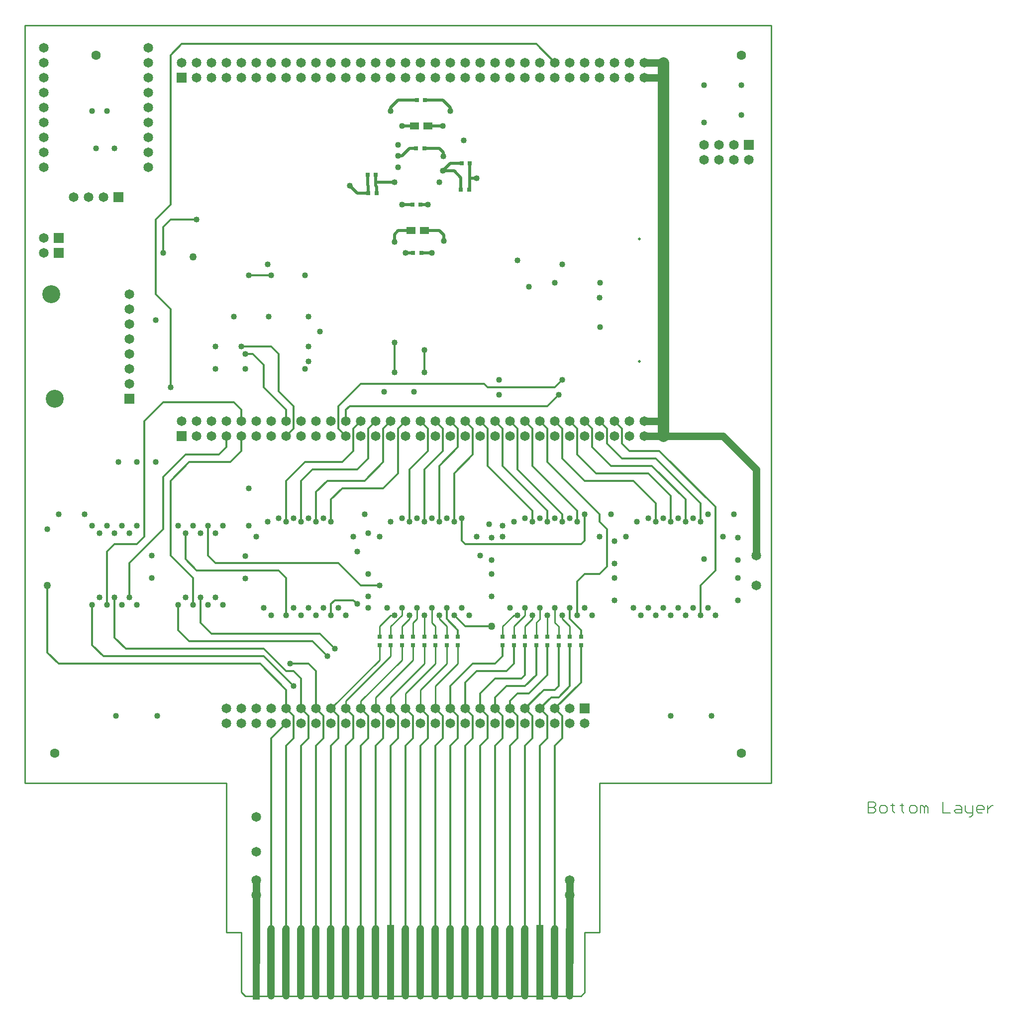
<source format=gbl>
G04*
G04 #@! TF.GenerationSoftware,Altium Limited,CircuitStudio,1.5.2 (30)*
G04*
G04 Layer_Physical_Order=4*
G04 Layer_Color=16711680*
%FSLAX25Y25*%
%MOIN*%
G70*
G01*
G75*
%ADD23R,0.05000X0.50000*%
%ADD24O,0.05000X0.50000*%
%ADD26R,0.03000X0.03000*%
%ADD27R,0.03000X0.03000*%
%ADD28R,0.06000X0.05000*%
%ADD29C,0.01200*%
%ADD30C,0.01000*%
%ADD31C,0.05000*%
%ADD32C,0.00800*%
%ADD33C,0.06500*%
%ADD34R,0.06500X0.06500*%
%ADD35C,0.01969*%
%ADD36C,0.12000*%
%ADD37R,0.06500X0.06500*%
%ADD38C,0.06300*%
%ADD39C,0.04000*%
%ADD40C,0.05000*%
%ADD53C,0.02000*%
%ADD54C,0.07500*%
D23*
X410000Y1092500D02*
D03*
X500000D02*
D03*
X600000D02*
D03*
D24*
X420000D02*
D03*
X430000D02*
D03*
X440000D02*
D03*
X450000D02*
D03*
X460000D02*
D03*
X470000D02*
D03*
X480000D02*
D03*
X490000D02*
D03*
X510000D02*
D03*
X520000D02*
D03*
X530000D02*
D03*
X540000D02*
D03*
X550000D02*
D03*
X560000D02*
D03*
X570000D02*
D03*
X580000D02*
D03*
X590000D02*
D03*
X610000D02*
D03*
X620000D02*
D03*
D26*
X575000Y1305000D02*
D03*
Y1310500D02*
D03*
X545000Y1305000D02*
D03*
Y1310500D02*
D03*
X537500Y1305000D02*
D03*
Y1310500D02*
D03*
X530000Y1305000D02*
D03*
Y1310500D02*
D03*
X522500Y1305000D02*
D03*
Y1310500D02*
D03*
X515000Y1305000D02*
D03*
Y1310500D02*
D03*
X507500Y1305000D02*
D03*
Y1310500D02*
D03*
X500000Y1305000D02*
D03*
Y1310500D02*
D03*
X492500Y1305000D02*
D03*
Y1310500D02*
D03*
X627500Y1305000D02*
D03*
Y1310500D02*
D03*
X620000Y1305000D02*
D03*
Y1310500D02*
D03*
X612500Y1305000D02*
D03*
Y1310500D02*
D03*
X605000Y1305000D02*
D03*
Y1310500D02*
D03*
X597500Y1305000D02*
D03*
Y1310500D02*
D03*
X590000Y1305000D02*
D03*
Y1310500D02*
D03*
X582500Y1305000D02*
D03*
Y1310500D02*
D03*
D27*
X517000Y1637500D02*
D03*
X522500D02*
D03*
X514500Y1600000D02*
D03*
X520000D02*
D03*
X490500Y1607500D02*
D03*
X485000D02*
D03*
X547000Y1610000D02*
D03*
X552500D02*
D03*
X520500Y1567500D02*
D03*
X515000D02*
D03*
X484500Y1620000D02*
D03*
X490000D02*
D03*
X553000Y1627500D02*
D03*
X547500D02*
D03*
X523000Y1670000D02*
D03*
X517500D02*
D03*
D28*
X522500Y1582500D02*
D03*
X513500D02*
D03*
X525000Y1652500D02*
D03*
X516000D02*
D03*
D29*
X597500Y1707500D02*
X610000Y1695000D01*
X360000Y1707500D02*
X597500D01*
X352500Y1700000D02*
X360000Y1707500D01*
X352500Y1672500D02*
Y1700000D01*
X522500Y1487500D02*
Y1502500D01*
X565000Y1477500D02*
X610000D01*
X562500Y1480000D02*
X565000Y1477500D01*
X480000Y1480000D02*
X562500D01*
X465000Y1465000D02*
X480000Y1480000D01*
X502500Y1487500D02*
Y1507500D01*
X415000Y1477500D02*
X430000Y1462500D01*
X415000Y1477500D02*
Y1492500D01*
X435000Y1450000D02*
Y1465000D01*
X425000Y1475000D02*
X435000Y1465000D01*
X425000Y1475000D02*
Y1500000D01*
X400000Y1505000D02*
X420000D01*
X425000Y1500000D01*
X430000Y1445000D02*
X435000Y1450000D01*
X430000Y1455000D02*
Y1462500D01*
X407500Y1500000D02*
X415000Y1492500D01*
X402500Y1500000D02*
X407500D01*
X610000Y1477500D02*
X615000Y1482500D01*
X465000Y1450000D02*
Y1465000D01*
X472500D02*
X605000D01*
X470000Y1462500D02*
X472500Y1465000D01*
X470000Y1455000D02*
Y1462500D01*
X605000Y1465000D02*
X612500Y1472500D01*
X352500Y1477500D02*
Y1530000D01*
X342500Y1540000D02*
X352500Y1530000D01*
X342500Y1540000D02*
Y1590000D01*
X352500Y1600000D01*
Y1672500D01*
X610000Y1692500D02*
Y1695000D01*
X555000Y1292500D02*
X570000D01*
X540000Y1277500D02*
X555000Y1292500D01*
X540000Y1262500D02*
Y1277500D01*
X537500Y1322500D02*
Y1330000D01*
Y1322500D02*
X545000Y1315000D01*
Y1310500D02*
Y1315000D01*
X550000Y1317500D02*
X567500D01*
X542500Y1325000D02*
X550000Y1317500D01*
X570000Y1292500D02*
X575000Y1297500D01*
Y1305000D01*
X550000Y1262500D02*
Y1280000D01*
X557500Y1287500D01*
X577500D01*
X582500Y1292500D01*
Y1305000D01*
X560000Y1262500D02*
Y1272500D01*
X570000Y1282500D01*
X587500D01*
X590000Y1285000D01*
Y1305000D01*
X570000Y1262500D02*
Y1270000D01*
X577500Y1277500D01*
X590000D01*
X597500Y1285000D01*
Y1305000D01*
X580000Y1262500D02*
Y1267500D01*
X585000Y1272500D01*
X592500D01*
X605000Y1285000D01*
Y1305000D01*
X602500Y1275000D02*
X610000D01*
X602500D02*
X607500D01*
X590000Y1262500D02*
X602500Y1275000D01*
X610000D02*
X612500Y1277500D01*
Y1305000D01*
X600000Y1262500D02*
X607500Y1270000D01*
X612500D01*
X620000Y1277500D01*
Y1305000D01*
X610000Y1262500D02*
X627500Y1280000D01*
Y1305000D01*
Y1310500D02*
Y1315000D01*
X620000Y1322500D02*
X627500Y1315000D01*
X620000Y1322500D02*
Y1330000D01*
X465000Y1450000D02*
X470000Y1445000D01*
X405000Y1552500D02*
X420000D01*
X352500Y1590000D02*
X370000D01*
X347500Y1585000D02*
X352500Y1590000D01*
X347500Y1567500D02*
Y1585000D01*
X580000Y1262500D02*
X585000Y1257500D01*
Y1242500D02*
Y1257500D01*
X580000Y1237500D02*
X585000Y1242500D01*
X580000Y1090000D02*
Y1237500D01*
X570000Y1262500D02*
X575000Y1257500D01*
Y1242500D02*
Y1257500D01*
X570000Y1237500D02*
X575000Y1242500D01*
X570000Y1090000D02*
Y1237500D01*
X560000Y1262500D02*
X565000Y1257500D01*
Y1242500D02*
Y1257500D01*
X560000Y1237500D02*
X565000Y1242500D01*
X560000Y1090000D02*
Y1237500D01*
X550000Y1262500D02*
X555000Y1257500D01*
Y1242500D02*
Y1257500D01*
X550000Y1237500D02*
X555000Y1242500D01*
X550000Y1090000D02*
Y1237500D01*
X540000Y1262500D02*
X545000Y1257500D01*
Y1242500D02*
Y1257500D01*
X540000Y1237500D02*
X545000Y1242500D01*
X540000Y1090000D02*
Y1237500D01*
X500000Y1262500D02*
X505000Y1257500D01*
Y1242500D02*
Y1257500D01*
X500000Y1237500D02*
X505000Y1242500D01*
X500000Y1090000D02*
Y1237500D01*
X490000Y1262500D02*
X495000Y1257500D01*
Y1242500D02*
Y1257500D01*
X490000Y1237500D02*
X495000Y1242500D01*
X490000Y1090000D02*
Y1237500D01*
X480000Y1262500D02*
X485000Y1257500D01*
Y1242500D02*
Y1257500D01*
X480000Y1237500D02*
X485000Y1242500D01*
X480000Y1090000D02*
Y1237500D01*
X475000Y1242500D02*
Y1257500D01*
X470000Y1237500D02*
X475000Y1242500D01*
X470000Y1090000D02*
Y1237500D01*
X460000Y1262500D02*
X465000Y1257500D01*
Y1242500D02*
Y1257500D01*
X460000Y1237500D02*
X465000Y1242500D01*
X460000Y1090000D02*
Y1237500D01*
X430000Y1262500D02*
X435000Y1257500D01*
Y1242500D02*
Y1257500D01*
X430000Y1237500D02*
X435000Y1242500D01*
X430000Y1090000D02*
Y1237500D01*
X440000Y1262500D02*
X445000Y1257500D01*
Y1242500D02*
Y1257500D01*
X440000Y1237500D02*
X445000Y1242500D01*
X440000Y1090000D02*
Y1237500D01*
X615000Y1242500D02*
Y1257500D01*
X610000Y1237500D02*
X615000Y1242500D01*
X610000Y1090000D02*
Y1237500D01*
X600000Y1262500D02*
X605000Y1257500D01*
Y1242500D02*
Y1257500D01*
X600000Y1237500D02*
X605000Y1242500D01*
X600000Y1090000D02*
Y1237500D01*
X590000Y1262500D02*
X595000Y1257500D01*
Y1242500D02*
Y1257500D01*
X590000Y1237500D02*
X595000Y1242500D01*
X590000Y1090000D02*
Y1237500D01*
X530000Y1262500D02*
X535000Y1257500D01*
Y1242500D02*
Y1257500D01*
X530000Y1237500D02*
X535000Y1242500D01*
X530000Y1090000D02*
Y1237500D01*
X520000Y1262500D02*
X525000Y1257500D01*
Y1242500D02*
Y1257500D01*
X520000Y1237500D02*
X525000Y1242500D01*
X520000Y1090000D02*
Y1237500D01*
X510000Y1262500D02*
X515000Y1257500D01*
Y1242500D02*
Y1257500D01*
X510000Y1237500D02*
X515000Y1242500D01*
X510000Y1090000D02*
Y1237500D01*
X450000Y1262500D02*
X455000Y1257500D01*
Y1242500D02*
Y1257500D01*
X450000Y1237500D02*
X455000Y1242500D01*
X450000Y1090000D02*
Y1237500D01*
X420000Y1242500D02*
X430000Y1252500D01*
X420000Y1092500D02*
Y1242500D01*
X470000Y1262500D02*
X475000Y1257500D01*
X430000Y1262500D02*
Y1275000D01*
X450000Y1262500D02*
Y1287500D01*
X432500Y1292500D02*
X445000D01*
X450000Y1287500D01*
X440000Y1262500D02*
Y1282500D01*
X435000Y1287500D02*
X440000Y1282500D01*
X430000Y1287500D02*
X435000D01*
X362500Y1362500D02*
Y1380000D01*
X377500Y1365000D02*
Y1385000D01*
Y1365000D02*
X382500Y1360000D01*
X465000D01*
X362500Y1362500D02*
X370000Y1355000D01*
X425000D01*
X430000Y1350000D01*
Y1325000D02*
Y1350000D01*
X480000Y1345000D02*
X492500D01*
X465000Y1360000D02*
X480000Y1345000D01*
X460000Y1325000D02*
Y1332500D01*
X462500Y1335000D01*
X475000D01*
X477500Y1332500D01*
X610000Y1262500D02*
X615000Y1257500D01*
X412500Y1292500D02*
X430000Y1275000D01*
X415000Y1297500D02*
X435000Y1277500D01*
X415000Y1302500D02*
X430000Y1287500D01*
X447500Y1307500D02*
X457500Y1297500D01*
X452500Y1312500D02*
X462500Y1302500D01*
X615000Y1430000D02*
Y1450000D01*
X610000Y1455000D02*
X615000Y1450000D01*
X625000Y1432500D02*
Y1450000D01*
X620000Y1455000D02*
X625000Y1450000D01*
X635000Y1437500D02*
Y1450000D01*
X630000Y1455000D02*
X635000Y1450000D01*
X645000Y1440000D02*
Y1450000D01*
X640000Y1455000D02*
X645000Y1450000D01*
X707500Y1325000D02*
Y1345000D01*
X717500Y1355000D01*
X655000Y1440000D02*
X660000Y1435000D01*
X655000Y1440000D02*
Y1450000D01*
X650000Y1455000D02*
X655000Y1450000D01*
X547500Y1375000D02*
X550000Y1372500D01*
X627500D01*
X630000Y1375000D01*
X600000Y1455000D02*
X605000Y1450000D01*
X640000Y1352500D02*
X645000Y1357500D01*
X630000Y1352500D02*
X640000D01*
X625000Y1347500D02*
X630000Y1352500D01*
X625000Y1325000D02*
Y1347500D01*
X565000Y1425000D02*
X595000Y1395000D01*
X565000Y1425000D02*
Y1450000D01*
X560000Y1455000D02*
X565000Y1450000D01*
X570000Y1455000D02*
X575000Y1450000D01*
X580000Y1455000D02*
X585000Y1450000D01*
X590000Y1455000D02*
X595000Y1450000D01*
X512500Y1422500D02*
X525000Y1435000D01*
Y1450000D01*
X520000Y1455000D02*
X525000Y1450000D01*
X522500Y1422500D02*
X535000Y1435000D01*
Y1450000D01*
X530000Y1455000D02*
X535000Y1450000D01*
X532500Y1425000D02*
X545000Y1437500D01*
Y1450000D01*
X540000Y1455000D02*
X545000Y1450000D01*
X542500Y1420000D02*
X555000Y1432500D01*
Y1450000D01*
X550000Y1455000D02*
X555000Y1450000D01*
X367500Y1331878D02*
Y1350000D01*
X352500Y1365000D02*
X367500Y1350000D01*
X335000Y1377500D02*
Y1455000D01*
X347500Y1467500D01*
X395000D01*
X400000Y1462500D01*
Y1455000D02*
Y1462500D01*
X390000Y1437500D02*
Y1445000D01*
X385000Y1432500D02*
X390000Y1437500D01*
X352500Y1415000D02*
X365000Y1427500D01*
X392500D01*
X400000Y1435000D01*
Y1445000D01*
X687500Y1387500D02*
Y1405000D01*
X697500Y1387500D02*
Y1402500D01*
X595000Y1387500D02*
Y1395000D01*
X585000Y1422500D02*
Y1450000D01*
Y1422500D02*
X615000Y1392500D01*
Y1387500D02*
Y1392500D01*
X630000Y1375000D02*
Y1392500D01*
X595000Y1425000D02*
Y1450000D01*
Y1425000D02*
X625000Y1395000D01*
Y1387500D02*
Y1395000D01*
X512500Y1387500D02*
Y1422500D01*
X522500Y1387500D02*
Y1422500D01*
X532500Y1387500D02*
Y1425000D01*
X542500Y1387500D02*
Y1420000D01*
X547500Y1375000D02*
Y1390000D01*
X467500Y1427500D02*
X475000Y1435000D01*
Y1450000D01*
X480000Y1455000D01*
X440000Y1387500D02*
Y1415000D01*
X447500Y1422500D01*
X477500D01*
X485000Y1430000D01*
Y1450000D01*
X490000Y1455000D01*
X450000Y1387500D02*
Y1407500D01*
X457500Y1415000D01*
X482500D01*
X495000Y1450000D02*
X500000Y1455000D01*
X482500Y1415000D02*
X495000Y1427500D01*
Y1450000D01*
X460000Y1387500D02*
Y1402500D01*
X467500Y1410000D01*
X495000D01*
X505000Y1450000D02*
X510000Y1455000D01*
X505000Y1420000D02*
Y1450000D01*
X495000Y1410000D02*
X505000Y1420000D01*
X315000Y1310000D02*
Y1336878D01*
Y1310000D02*
X322500Y1302500D01*
X415000D01*
X300000Y1305000D02*
Y1331878D01*
Y1305000D02*
X307500Y1297500D01*
X415000D01*
X357500Y1315000D02*
Y1331878D01*
Y1315000D02*
X365000Y1307500D01*
X447500D01*
X372500Y1320000D02*
Y1336878D01*
Y1320000D02*
X380000Y1312500D01*
X452500D01*
X270000Y1300000D02*
Y1345000D01*
Y1300000D02*
X277500Y1292500D01*
X412500D01*
X325000Y1336878D02*
Y1360000D01*
X347500Y1382500D01*
X330000Y1372500D02*
X335000Y1377500D01*
X310000Y1331878D02*
Y1367500D01*
X315000Y1372500D01*
X330000D01*
X605000Y1427500D02*
X640000Y1392500D01*
X605000Y1427500D02*
Y1450000D01*
X640000Y1387500D02*
Y1392500D01*
Y1387500D02*
X645000Y1382500D01*
Y1357500D02*
Y1382500D01*
X615000Y1430000D02*
X630000Y1415000D01*
X662500D01*
X677500Y1400000D01*
Y1387500D02*
Y1400000D01*
X625000Y1432500D02*
X637500Y1420000D01*
X672500D01*
X687500Y1405000D01*
X635000Y1437500D02*
X647500Y1425000D01*
X675000D01*
X697500Y1402500D01*
X645000Y1440000D02*
X655000Y1430000D01*
X677500D01*
X707500Y1400000D01*
Y1387500D02*
Y1400000D01*
X660000Y1435000D02*
X680000D01*
X717500Y1397500D01*
Y1355000D02*
Y1397500D01*
X352500Y1365000D02*
Y1415000D01*
X347500Y1382500D02*
Y1417500D01*
X362500Y1432500D01*
X385000D01*
X430000Y1387500D02*
Y1415000D01*
X442500Y1427500D01*
X467500D01*
X575000Y1425000D02*
Y1450000D01*
Y1425000D02*
X605000Y1395000D01*
Y1387500D02*
Y1395000D01*
D30*
X537500Y1292500D02*
Y1305000D01*
X520000Y1275000D02*
X537500Y1292500D01*
X520000Y1262500D02*
Y1275000D01*
X530000Y1292500D02*
Y1305000D01*
X510000Y1272500D02*
X530000Y1292500D01*
X510000Y1262500D02*
Y1272500D01*
X522500Y1292500D02*
Y1305000D01*
X500000Y1270000D02*
X522500Y1292500D01*
X500000Y1262500D02*
Y1270000D01*
X507500Y1295000D02*
Y1305000D01*
X480000Y1267500D02*
X507500Y1295000D01*
X480000Y1262500D02*
Y1267500D01*
X500000Y1297500D02*
Y1305000D01*
X470000Y1267500D02*
X500000Y1297500D01*
X470000Y1262500D02*
Y1267500D01*
X492500Y1295000D02*
Y1305000D01*
X460000Y1262500D02*
X492500Y1295000D01*
X515000D02*
Y1305000D01*
X490000Y1270000D02*
X515000Y1295000D01*
X490000Y1262500D02*
Y1270000D01*
X545000Y1292500D02*
Y1305000D01*
X530000Y1277500D02*
X545000Y1292500D01*
X530000Y1262500D02*
Y1277500D01*
X500000Y1310500D02*
Y1317500D01*
X507500Y1325000D01*
Y1330000D01*
Y1310500D02*
Y1317500D01*
X512500Y1322500D01*
Y1325000D01*
X515000Y1310500D02*
Y1320000D01*
X517500Y1322500D01*
Y1330000D01*
X522500Y1310500D02*
Y1325000D01*
X530000Y1310500D02*
Y1317500D01*
X527500Y1320000D02*
X530000Y1317500D01*
X527500Y1320000D02*
Y1330000D01*
X537500Y1310500D02*
Y1317500D01*
X532500Y1322500D02*
X537500Y1317500D01*
X532500Y1322500D02*
Y1325000D01*
X500000D02*
X502500D01*
X492500Y1317500D02*
X500000Y1325000D01*
X492500Y1310500D02*
Y1317500D01*
X615000Y1322500D02*
Y1325000D01*
Y1322500D02*
X620000Y1317500D01*
Y1310500D02*
Y1317500D01*
X610000Y1320000D02*
Y1330000D01*
Y1320000D02*
X612500Y1317500D01*
Y1310500D02*
Y1317500D01*
X605000Y1310500D02*
Y1325000D01*
X600000Y1322500D02*
Y1330000D01*
X597500Y1320000D02*
X600000Y1322500D01*
X597500Y1310500D02*
Y1320000D01*
X595000Y1322500D02*
Y1325000D01*
X590000Y1317500D02*
X595000Y1322500D01*
X590000Y1310500D02*
Y1317500D01*
Y1325000D02*
Y1330000D01*
X582500Y1317500D02*
X590000Y1325000D01*
X582500Y1310500D02*
Y1317500D01*
Y1325000D02*
X585000D01*
X575000Y1317500D02*
X582500Y1325000D01*
X575000Y1310500D02*
Y1317500D01*
X630000Y1112500D02*
X640000D01*
X630000Y1072500D02*
Y1112500D01*
X402500Y1070000D02*
X627500D01*
X400000Y1072500D02*
Y1112500D01*
X390000D02*
X400000D01*
X255000Y1720000D02*
X755000D01*
X255000Y1212500D02*
Y1720000D01*
X627500Y1070000D02*
X630000Y1072500D01*
X400000D02*
X402500Y1070000D01*
X255000Y1212500D02*
X390000D01*
X640000D02*
X755000D01*
X390000Y1112500D02*
Y1212500D01*
X640000Y1112500D02*
Y1212500D01*
X755000D02*
Y1720000D01*
D31*
X745000Y1366368D02*
Y1422500D01*
X722500Y1445000D02*
X745000Y1422500D01*
X682500Y1445000D02*
X722500D01*
X620000Y1092500D02*
Y1147500D01*
X410000Y1092500D02*
Y1147500D01*
X670000Y1685000D02*
X682500D01*
X670000Y1695000D02*
X682500D01*
X670000Y1455000D02*
X682500D01*
X670000Y1445000D02*
X682500D01*
D32*
X820000Y1199998D02*
Y1192500D01*
X823749D01*
X824998Y1193750D01*
Y1194999D01*
X823749Y1196249D01*
X820000D01*
X823749D01*
X824998Y1197498D01*
Y1198748D01*
X823749Y1199998D01*
X820000D01*
X828747Y1192500D02*
X831246D01*
X832496Y1193750D01*
Y1196249D01*
X831246Y1197498D01*
X828747D01*
X827498Y1196249D01*
Y1193750D01*
X828747Y1192500D01*
X836245Y1198748D02*
Y1197498D01*
X834995D01*
X837494D01*
X836245D01*
Y1193750D01*
X837494Y1192500D01*
X842493Y1198748D02*
Y1197498D01*
X841243D01*
X843742D01*
X842493D01*
Y1193750D01*
X843742Y1192500D01*
X848741D02*
X851240D01*
X852489Y1193750D01*
Y1196249D01*
X851240Y1197498D01*
X848741D01*
X847491Y1196249D01*
Y1193750D01*
X848741Y1192500D01*
X854989D02*
Y1197498D01*
X856238D01*
X857488Y1196249D01*
Y1192500D01*
Y1196249D01*
X858737Y1197498D01*
X859987Y1196249D01*
Y1192500D01*
X869984Y1199998D02*
Y1192500D01*
X874982D01*
X878731Y1197498D02*
X881230D01*
X882480Y1196249D01*
Y1192500D01*
X878731D01*
X877481Y1193750D01*
X878731Y1194999D01*
X882480D01*
X884979Y1197498D02*
Y1193750D01*
X886229Y1192500D01*
X889977D01*
Y1191250D01*
X888728Y1190001D01*
X887478D01*
X889977Y1192500D02*
Y1197498D01*
X896225Y1192500D02*
X893726D01*
X892477Y1193750D01*
Y1196249D01*
X893726Y1197498D01*
X896225D01*
X897475Y1196249D01*
Y1194999D01*
X892477D01*
X899974Y1197498D02*
Y1192500D01*
Y1194999D01*
X901224Y1196249D01*
X902473Y1197498D01*
X903723D01*
D33*
X710000Y1630000D02*
D03*
Y1640000D02*
D03*
X720000Y1630000D02*
D03*
Y1640000D02*
D03*
X730000Y1630000D02*
D03*
Y1640000D02*
D03*
X740000Y1630000D02*
D03*
X325000Y1540000D02*
D03*
Y1530000D02*
D03*
Y1520000D02*
D03*
Y1480000D02*
D03*
Y1490000D02*
D03*
Y1500000D02*
D03*
Y1510000D02*
D03*
X360000Y1695000D02*
D03*
X370000Y1685000D02*
D03*
Y1695000D02*
D03*
X380000Y1685000D02*
D03*
Y1695000D02*
D03*
X390000Y1685000D02*
D03*
Y1695000D02*
D03*
X400000Y1685000D02*
D03*
Y1695000D02*
D03*
X410000Y1685000D02*
D03*
Y1695000D02*
D03*
X420000Y1685000D02*
D03*
Y1695000D02*
D03*
X430000Y1685000D02*
D03*
Y1695000D02*
D03*
X440000Y1685000D02*
D03*
Y1695000D02*
D03*
X450000Y1685000D02*
D03*
Y1695000D02*
D03*
X460000Y1685000D02*
D03*
Y1695000D02*
D03*
X470000Y1685000D02*
D03*
Y1695000D02*
D03*
X480000Y1685000D02*
D03*
Y1695000D02*
D03*
X490000Y1685000D02*
D03*
Y1695000D02*
D03*
X500000Y1685000D02*
D03*
Y1695000D02*
D03*
X510000Y1685000D02*
D03*
Y1695000D02*
D03*
X520000Y1685000D02*
D03*
Y1695000D02*
D03*
X530000Y1685000D02*
D03*
Y1695000D02*
D03*
X540000Y1685000D02*
D03*
Y1695000D02*
D03*
X550000Y1685000D02*
D03*
Y1695000D02*
D03*
X560000Y1685000D02*
D03*
Y1695000D02*
D03*
X570000Y1685000D02*
D03*
Y1695000D02*
D03*
X580000Y1685000D02*
D03*
Y1695000D02*
D03*
X590000Y1685000D02*
D03*
Y1695000D02*
D03*
X600000Y1685000D02*
D03*
Y1695000D02*
D03*
X610000Y1685000D02*
D03*
Y1695000D02*
D03*
X620000Y1685000D02*
D03*
Y1695000D02*
D03*
X630000Y1685000D02*
D03*
Y1695000D02*
D03*
X640000Y1685000D02*
D03*
Y1695000D02*
D03*
X650000Y1685000D02*
D03*
Y1695000D02*
D03*
X660000Y1685000D02*
D03*
Y1695000D02*
D03*
X670000Y1685000D02*
D03*
Y1695000D02*
D03*
X360000Y1455000D02*
D03*
X370000Y1445000D02*
D03*
Y1455000D02*
D03*
X380000Y1445000D02*
D03*
Y1455000D02*
D03*
X390000Y1445000D02*
D03*
Y1455000D02*
D03*
X400000Y1445000D02*
D03*
Y1455000D02*
D03*
X410000Y1445000D02*
D03*
Y1455000D02*
D03*
X420000Y1445000D02*
D03*
Y1455000D02*
D03*
X430000Y1445000D02*
D03*
Y1455000D02*
D03*
X440000Y1445000D02*
D03*
Y1455000D02*
D03*
X450000Y1445000D02*
D03*
Y1455000D02*
D03*
X460000Y1445000D02*
D03*
Y1455000D02*
D03*
X470000Y1445000D02*
D03*
Y1455000D02*
D03*
X480000Y1445000D02*
D03*
Y1455000D02*
D03*
X490000Y1445000D02*
D03*
Y1455000D02*
D03*
X500000Y1445000D02*
D03*
Y1455000D02*
D03*
X510000Y1445000D02*
D03*
Y1455000D02*
D03*
X520000Y1445000D02*
D03*
Y1455000D02*
D03*
X530000Y1445000D02*
D03*
Y1455000D02*
D03*
X540000Y1445000D02*
D03*
Y1455000D02*
D03*
X550000Y1445000D02*
D03*
Y1455000D02*
D03*
X560000Y1445000D02*
D03*
Y1455000D02*
D03*
X570000Y1445000D02*
D03*
Y1455000D02*
D03*
X580000Y1445000D02*
D03*
Y1455000D02*
D03*
X590000Y1445000D02*
D03*
Y1455000D02*
D03*
X600000Y1445000D02*
D03*
Y1455000D02*
D03*
X610000Y1445000D02*
D03*
Y1455000D02*
D03*
X620000Y1445000D02*
D03*
Y1455000D02*
D03*
X630000Y1445000D02*
D03*
Y1455000D02*
D03*
X640000Y1445000D02*
D03*
Y1455000D02*
D03*
X650000Y1445000D02*
D03*
Y1455000D02*
D03*
X660000Y1445000D02*
D03*
Y1455000D02*
D03*
X670000Y1445000D02*
D03*
Y1455000D02*
D03*
X430000Y1252500D02*
D03*
Y1262500D02*
D03*
X440000Y1252500D02*
D03*
Y1262500D02*
D03*
X450000Y1252500D02*
D03*
Y1262500D02*
D03*
X460000Y1252500D02*
D03*
Y1262500D02*
D03*
X470000Y1252500D02*
D03*
Y1262500D02*
D03*
X480000Y1252500D02*
D03*
Y1262500D02*
D03*
X490000Y1252500D02*
D03*
Y1262500D02*
D03*
X500000Y1252500D02*
D03*
Y1262500D02*
D03*
X510000Y1252500D02*
D03*
Y1262500D02*
D03*
X520000Y1252500D02*
D03*
Y1262500D02*
D03*
X530000Y1252500D02*
D03*
Y1262500D02*
D03*
X540000Y1252500D02*
D03*
Y1262500D02*
D03*
X550000Y1252500D02*
D03*
Y1262500D02*
D03*
X560000Y1252500D02*
D03*
Y1262500D02*
D03*
X570000Y1252500D02*
D03*
Y1262500D02*
D03*
X580000Y1252500D02*
D03*
Y1262500D02*
D03*
X590000Y1252500D02*
D03*
Y1262500D02*
D03*
X600000Y1252500D02*
D03*
Y1262500D02*
D03*
X610000Y1252500D02*
D03*
Y1262500D02*
D03*
X410000Y1252500D02*
D03*
Y1262500D02*
D03*
X420000Y1252500D02*
D03*
Y1262500D02*
D03*
X390000Y1252500D02*
D03*
Y1262500D02*
D03*
X400000Y1252500D02*
D03*
Y1262500D02*
D03*
X620000Y1252500D02*
D03*
Y1262500D02*
D03*
X630000Y1252500D02*
D03*
X267500Y1567500D02*
D03*
X307500Y1605000D02*
D03*
X297500D02*
D03*
X287500D02*
D03*
X337500Y1625000D02*
D03*
Y1635000D02*
D03*
Y1645000D02*
D03*
Y1655000D02*
D03*
Y1665000D02*
D03*
Y1675000D02*
D03*
Y1685000D02*
D03*
Y1695000D02*
D03*
Y1705000D02*
D03*
X267500Y1625000D02*
D03*
Y1635000D02*
D03*
Y1645000D02*
D03*
Y1655000D02*
D03*
Y1665000D02*
D03*
Y1675000D02*
D03*
Y1685000D02*
D03*
Y1695000D02*
D03*
Y1705000D02*
D03*
Y1577500D02*
D03*
X745000Y1345000D02*
D03*
Y1365000D02*
D03*
X410000Y1190000D02*
D03*
Y1166378D02*
D03*
X620000Y1147500D02*
D03*
Y1137500D02*
D03*
X410000D02*
D03*
Y1147500D02*
D03*
D34*
X740000Y1640000D02*
D03*
X325000Y1470000D02*
D03*
X360000Y1685000D02*
D03*
Y1445000D02*
D03*
X630000Y1262500D02*
D03*
X317500Y1605000D02*
D03*
D35*
X666486Y1494724D02*
D03*
Y1576910D02*
D03*
D36*
X272500Y1540000D02*
D03*
X275000Y1470000D02*
D03*
D37*
X277500Y1567500D02*
D03*
Y1577500D02*
D03*
D38*
X735000Y1700000D02*
D03*
X735000Y1232500D02*
D03*
X275000D02*
D03*
X302500Y1700000D02*
D03*
D39*
X522500Y1487500D02*
D03*
X515500Y1474500D02*
D03*
X502500Y1507500D02*
D03*
Y1487500D02*
D03*
X352500Y1477500D02*
D03*
X537500Y1330000D02*
D03*
X532500Y1325000D02*
D03*
X527500Y1330000D02*
D03*
X522500Y1325000D02*
D03*
X517500Y1330000D02*
D03*
X512500Y1325000D02*
D03*
X507500Y1330000D02*
D03*
X502500Y1325000D02*
D03*
X620000Y1330000D02*
D03*
X615000Y1325000D02*
D03*
X610000Y1330000D02*
D03*
X605000Y1325000D02*
D03*
X600000Y1330000D02*
D03*
X595000Y1325000D02*
D03*
X590000Y1330000D02*
D03*
X585000Y1325000D02*
D03*
X612500Y1472500D02*
D03*
X615000Y1482500D02*
D03*
X405000Y1552500D02*
D03*
X420000D02*
D03*
X417500Y1560000D02*
D03*
X442480Y1552520D02*
D03*
X522500Y1502500D02*
D03*
X495500Y1474500D02*
D03*
X342500Y1522500D02*
D03*
X382500Y1490000D02*
D03*
X370000Y1590000D02*
D03*
X347500Y1567500D02*
D03*
X735000Y1680000D02*
D03*
X710000D02*
D03*
X735000Y1660000D02*
D03*
X710000Y1655000D02*
D03*
X472500Y1612500D02*
D03*
X557500Y1617500D02*
D03*
X525000Y1600000D02*
D03*
X507500D02*
D03*
X527500Y1567500D02*
D03*
X510000D02*
D03*
X500000Y1662500D02*
D03*
X507500Y1652500D02*
D03*
X505000Y1640000D02*
D03*
Y1632500D02*
D03*
Y1625000D02*
D03*
X502500Y1615000D02*
D03*
Y1575000D02*
D03*
X535610Y1575610D02*
D03*
X532500Y1615000D02*
D03*
X549000Y1643000D02*
D03*
X535000Y1622500D02*
D03*
X535197Y1632303D02*
D03*
X535000Y1652500D02*
D03*
X540000Y1662500D02*
D03*
X580000Y1330000D02*
D03*
X662500D02*
D03*
X667500Y1325000D02*
D03*
X672500Y1330000D02*
D03*
X677500Y1325000D02*
D03*
X682500Y1330000D02*
D03*
X687500Y1325000D02*
D03*
X692500Y1330000D02*
D03*
X697500Y1325000D02*
D03*
X702500Y1330000D02*
D03*
X707500Y1325000D02*
D03*
X712500Y1330000D02*
D03*
X625000Y1325000D02*
D03*
X630000Y1330000D02*
D03*
X547500D02*
D03*
X542500Y1325000D02*
D03*
X497500Y1330000D02*
D03*
X465000D02*
D03*
X460000Y1325000D02*
D03*
X455000Y1330000D02*
D03*
X450000Y1325000D02*
D03*
X445000Y1330000D02*
D03*
X440000Y1325000D02*
D03*
X435000Y1330000D02*
D03*
X430000Y1325000D02*
D03*
X420000D02*
D03*
X415000Y1330000D02*
D03*
X382500Y1336878D02*
D03*
X377500Y1331878D02*
D03*
X372500Y1336878D02*
D03*
X367500Y1331878D02*
D03*
X362500Y1336878D02*
D03*
X357500Y1331878D02*
D03*
X462500Y1302500D02*
D03*
X457500Y1297500D02*
D03*
X432500Y1292500D02*
D03*
X382500Y1380000D02*
D03*
X387500Y1385000D02*
D03*
X372500Y1380000D02*
D03*
X367500Y1385000D02*
D03*
X362500Y1380000D02*
D03*
X357500Y1385000D02*
D03*
X435000Y1277500D02*
D03*
X295000Y1392500D02*
D03*
X377500Y1385000D02*
D03*
X325000Y1380000D02*
D03*
X330000Y1385000D02*
D03*
X320000D02*
D03*
X315000Y1380000D02*
D03*
X310000Y1385000D02*
D03*
X305000Y1380000D02*
D03*
X300000Y1385000D02*
D03*
X305000Y1336878D02*
D03*
X310000Y1331878D02*
D03*
X320000D02*
D03*
X325000Y1336878D02*
D03*
X485000Y1352500D02*
D03*
X492500Y1345000D02*
D03*
X477500Y1332500D02*
D03*
X485000Y1330000D02*
D03*
X340000Y1365000D02*
D03*
X270000Y1382500D02*
D03*
X567500Y1352500D02*
D03*
Y1362000D02*
D03*
X650000Y1350000D02*
D03*
Y1359500D02*
D03*
X732500Y1362000D02*
D03*
Y1350000D02*
D03*
X730000Y1392500D02*
D03*
X665000Y1387500D02*
D03*
X657500Y1377500D02*
D03*
X575000D02*
D03*
X582500Y1387500D02*
D03*
X647500Y1392500D02*
D03*
X500000Y1387500D02*
D03*
X492500Y1377500D02*
D03*
X417500Y1387500D02*
D03*
X410000Y1377500D02*
D03*
X482500Y1392500D02*
D03*
X405000Y1385000D02*
D03*
X575000D02*
D03*
X315000Y1336878D02*
D03*
X300000Y1331878D02*
D03*
X672500Y1390000D02*
D03*
X677500Y1387500D02*
D03*
X682500Y1390000D02*
D03*
X687500Y1387500D02*
D03*
X692500Y1390000D02*
D03*
X697500Y1387500D02*
D03*
X702500Y1390000D02*
D03*
X707500Y1387500D02*
D03*
X712500Y1392500D02*
D03*
X590000Y1390000D02*
D03*
X595000Y1387500D02*
D03*
X600000Y1390000D02*
D03*
X605000Y1387500D02*
D03*
X610000Y1390000D02*
D03*
X615000Y1387500D02*
D03*
X620000Y1390000D02*
D03*
X625000Y1387500D02*
D03*
X630000Y1392500D02*
D03*
X507500Y1390000D02*
D03*
X512500Y1387500D02*
D03*
X517500Y1390000D02*
D03*
X522500Y1387500D02*
D03*
X527500Y1390000D02*
D03*
X532500Y1387500D02*
D03*
X537500Y1390000D02*
D03*
X542500Y1387500D02*
D03*
X547500Y1390000D02*
D03*
X425000D02*
D03*
X430000Y1387500D02*
D03*
X435000Y1390000D02*
D03*
X440000Y1387500D02*
D03*
X445000Y1390000D02*
D03*
X450000Y1387500D02*
D03*
X455000Y1390000D02*
D03*
X460000Y1387500D02*
D03*
X442500Y1490000D02*
D03*
X445000Y1495000D02*
D03*
X418250Y1525000D02*
D03*
X687500Y1257500D02*
D03*
X343500D02*
D03*
X402500Y1364500D02*
D03*
X477500Y1367500D02*
D03*
X315000Y1637500D02*
D03*
X300000Y1662500D02*
D03*
X572500Y1472500D02*
D03*
Y1482500D02*
D03*
X615000Y1560000D02*
D03*
X610000Y1547500D02*
D03*
X592500Y1545000D02*
D03*
X585000Y1562500D02*
D03*
X402500Y1349500D02*
D03*
X316000Y1257500D02*
D03*
X715000D02*
D03*
X732500Y1335000D02*
D03*
X650000D02*
D03*
X567500Y1337500D02*
D03*
X340000Y1350000D02*
D03*
X485000Y1337500D02*
D03*
X330000Y1331878D02*
D03*
X387500D02*
D03*
X470000Y1325000D02*
D03*
X552500D02*
D03*
X635000D02*
D03*
X717500D02*
D03*
X710000Y1362500D02*
D03*
X310000Y1662500D02*
D03*
X302500Y1637500D02*
D03*
X382500Y1505000D02*
D03*
X485000Y1380000D02*
D03*
X405000Y1410000D02*
D03*
X560000Y1365000D02*
D03*
X445000Y1525000D02*
D03*
X395000D02*
D03*
X445000Y1505000D02*
D03*
X566000Y1386000D02*
D03*
X475000Y1377500D02*
D03*
X557500D02*
D03*
X640000D02*
D03*
X722500D02*
D03*
X732500Y1377000D02*
D03*
X650000Y1374500D02*
D03*
X567500Y1377000D02*
D03*
X317500Y1427500D02*
D03*
X342500D02*
D03*
X330000D02*
D03*
X277500Y1392500D02*
D03*
X640118Y1547382D02*
D03*
X640039Y1537539D02*
D03*
X640118Y1517854D02*
D03*
X402500Y1490000D02*
D03*
X400000Y1505000D02*
D03*
X402500Y1500000D02*
D03*
X452500Y1515000D02*
D03*
D40*
X367500Y1565000D02*
D03*
X270000Y1345000D02*
D03*
X567500Y1317500D02*
D03*
D53*
X472500Y1612500D02*
X477500Y1607500D01*
X485000D01*
X484500Y1613000D02*
X485000Y1612500D01*
X484500Y1613000D02*
Y1620000D01*
X485000Y1607500D02*
Y1612500D01*
X490000Y1615000D02*
Y1620000D01*
Y1612500D02*
Y1615000D01*
X502500D01*
X490500Y1607500D02*
Y1612000D01*
X490000Y1612500D02*
X490500Y1612000D01*
X553000Y1617500D02*
Y1627500D01*
Y1610500D02*
Y1617500D01*
X557500D01*
X552500Y1610000D02*
X553000Y1610500D01*
X535000Y1622500D02*
X542500D01*
X547000Y1618000D01*
Y1610000D02*
Y1618000D01*
X535000Y1622500D02*
X540000Y1627500D01*
X547500D01*
X540000Y1662500D02*
Y1665000D01*
X535000Y1670000D02*
X540000Y1665000D01*
X523000Y1670000D02*
X535000D01*
X500000Y1662500D02*
Y1665000D01*
X505000Y1670000D01*
X517500D01*
X535197Y1632303D02*
Y1634803D01*
X532500Y1637500D02*
X535197Y1634803D01*
X522500Y1637500D02*
X532500D01*
X505000Y1632500D02*
X507500D01*
X512500Y1637500D01*
X517000D01*
X525000Y1652500D02*
X535000D01*
X507500D02*
X516000D01*
X510000Y1567500D02*
X515000D01*
X520500D02*
X527500D01*
X535610Y1575610D02*
Y1579390D01*
X532500Y1582500D02*
X535610Y1579390D01*
X522500Y1582500D02*
X532500D01*
X502500Y1575000D02*
Y1580000D01*
X505000Y1582500D01*
X513500D01*
X520000Y1600000D02*
X525000D01*
X507500D02*
X514500D01*
D54*
X682500Y1685000D02*
Y1695000D01*
Y1445000D02*
Y1455000D01*
Y1685000D01*
M02*

</source>
